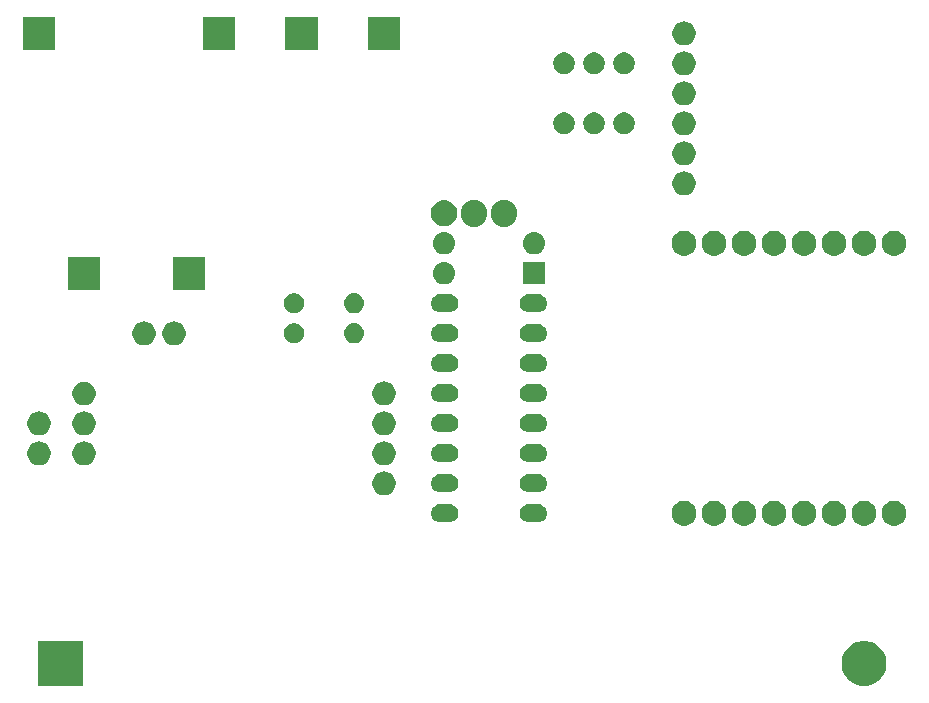
<source format=gbs>
G04 #@! TF.GenerationSoftware,KiCad,Pcbnew,(5.0.2)-1*
G04 #@! TF.CreationDate,2019-04-15T10:47:00+02:00*
G04 #@! TF.ProjectId,irrigation_5Vvalve_4N25_CD74HC4052E_PCB v5.1,69727269-6761-4746-996f-6e5f35567661,rev?*
G04 #@! TF.SameCoordinates,Original*
G04 #@! TF.FileFunction,Soldermask,Bot*
G04 #@! TF.FilePolarity,Negative*
%FSLAX46Y46*%
G04 Gerber Fmt 4.6, Leading zero omitted, Abs format (unit mm)*
G04 Created by KiCad (PCBNEW (5.0.2)-1) date 15-04-2019 10:47:00*
%MOMM*%
%LPD*%
G01*
G04 APERTURE LIST*
%ADD10C,0.100000*%
G04 APERTURE END LIST*
D10*
G36*
X97074209Y-74373016D02*
X97419986Y-74516241D01*
X97731182Y-74724176D01*
X97995824Y-74988818D01*
X98203759Y-75300014D01*
X98346984Y-75645791D01*
X98420000Y-76012865D01*
X98420000Y-76387135D01*
X98346984Y-76754209D01*
X98203759Y-77099986D01*
X97995824Y-77411182D01*
X97731182Y-77675824D01*
X97419986Y-77883759D01*
X97074209Y-78026984D01*
X96707135Y-78100000D01*
X96332865Y-78100000D01*
X95965791Y-78026984D01*
X95620014Y-77883759D01*
X95308818Y-77675824D01*
X95044176Y-77411182D01*
X94836241Y-77099986D01*
X94693016Y-76754209D01*
X94620000Y-76387135D01*
X94620000Y-76012865D01*
X94693016Y-75645791D01*
X94836241Y-75300014D01*
X95044176Y-74988818D01*
X95308818Y-74724176D01*
X95620014Y-74516241D01*
X95965791Y-74373016D01*
X96332865Y-74300000D01*
X96707135Y-74300000D01*
X97074209Y-74373016D01*
X97074209Y-74373016D01*
G37*
G36*
X30400000Y-78100000D02*
X26600000Y-78100000D01*
X26600000Y-74300000D01*
X30400000Y-74300000D01*
X30400000Y-78100000D01*
X30400000Y-78100000D01*
G37*
G36*
X81405888Y-62454470D02*
X81586274Y-62490350D01*
X81777362Y-62569502D01*
X81949336Y-62684411D01*
X82095589Y-62830664D01*
X82210498Y-63002638D01*
X82289650Y-63193726D01*
X82330000Y-63396584D01*
X82330000Y-63603416D01*
X82289650Y-63806274D01*
X82210498Y-63997362D01*
X82095589Y-64169336D01*
X81949336Y-64315589D01*
X81777362Y-64430498D01*
X81586274Y-64509650D01*
X81405888Y-64545530D01*
X81383417Y-64550000D01*
X81176583Y-64550000D01*
X81154112Y-64545530D01*
X80973726Y-64509650D01*
X80782638Y-64430498D01*
X80610664Y-64315589D01*
X80464411Y-64169336D01*
X80349502Y-63997362D01*
X80270350Y-63806274D01*
X80230000Y-63603416D01*
X80230000Y-63396584D01*
X80270350Y-63193726D01*
X80349502Y-63002638D01*
X80464411Y-62830664D01*
X80610664Y-62684411D01*
X80782638Y-62569502D01*
X80973726Y-62490350D01*
X81154112Y-62454470D01*
X81176583Y-62450000D01*
X81383417Y-62450000D01*
X81405888Y-62454470D01*
X81405888Y-62454470D01*
G37*
G36*
X83945888Y-62454470D02*
X84126274Y-62490350D01*
X84317362Y-62569502D01*
X84489336Y-62684411D01*
X84635589Y-62830664D01*
X84750498Y-63002638D01*
X84829650Y-63193726D01*
X84870000Y-63396584D01*
X84870000Y-63603416D01*
X84829650Y-63806274D01*
X84750498Y-63997362D01*
X84635589Y-64169336D01*
X84489336Y-64315589D01*
X84317362Y-64430498D01*
X84126274Y-64509650D01*
X83945888Y-64545530D01*
X83923417Y-64550000D01*
X83716583Y-64550000D01*
X83694112Y-64545530D01*
X83513726Y-64509650D01*
X83322638Y-64430498D01*
X83150664Y-64315589D01*
X83004411Y-64169336D01*
X82889502Y-63997362D01*
X82810350Y-63806274D01*
X82770000Y-63603416D01*
X82770000Y-63396584D01*
X82810350Y-63193726D01*
X82889502Y-63002638D01*
X83004411Y-62830664D01*
X83150664Y-62684411D01*
X83322638Y-62569502D01*
X83513726Y-62490350D01*
X83694112Y-62454470D01*
X83716583Y-62450000D01*
X83923417Y-62450000D01*
X83945888Y-62454470D01*
X83945888Y-62454470D01*
G37*
G36*
X86485888Y-62454470D02*
X86666274Y-62490350D01*
X86857362Y-62569502D01*
X87029336Y-62684411D01*
X87175589Y-62830664D01*
X87290498Y-63002638D01*
X87369650Y-63193726D01*
X87410000Y-63396584D01*
X87410000Y-63603416D01*
X87369650Y-63806274D01*
X87290498Y-63997362D01*
X87175589Y-64169336D01*
X87029336Y-64315589D01*
X86857362Y-64430498D01*
X86666274Y-64509650D01*
X86485888Y-64545530D01*
X86463417Y-64550000D01*
X86256583Y-64550000D01*
X86234112Y-64545530D01*
X86053726Y-64509650D01*
X85862638Y-64430498D01*
X85690664Y-64315589D01*
X85544411Y-64169336D01*
X85429502Y-63997362D01*
X85350350Y-63806274D01*
X85310000Y-63603416D01*
X85310000Y-63396584D01*
X85350350Y-63193726D01*
X85429502Y-63002638D01*
X85544411Y-62830664D01*
X85690664Y-62684411D01*
X85862638Y-62569502D01*
X86053726Y-62490350D01*
X86234112Y-62454470D01*
X86256583Y-62450000D01*
X86463417Y-62450000D01*
X86485888Y-62454470D01*
X86485888Y-62454470D01*
G37*
G36*
X89025888Y-62454470D02*
X89206274Y-62490350D01*
X89397362Y-62569502D01*
X89569336Y-62684411D01*
X89715589Y-62830664D01*
X89830498Y-63002638D01*
X89909650Y-63193726D01*
X89950000Y-63396584D01*
X89950000Y-63603416D01*
X89909650Y-63806274D01*
X89830498Y-63997362D01*
X89715589Y-64169336D01*
X89569336Y-64315589D01*
X89397362Y-64430498D01*
X89206274Y-64509650D01*
X89025888Y-64545530D01*
X89003417Y-64550000D01*
X88796583Y-64550000D01*
X88774112Y-64545530D01*
X88593726Y-64509650D01*
X88402638Y-64430498D01*
X88230664Y-64315589D01*
X88084411Y-64169336D01*
X87969502Y-63997362D01*
X87890350Y-63806274D01*
X87850000Y-63603416D01*
X87850000Y-63396584D01*
X87890350Y-63193726D01*
X87969502Y-63002638D01*
X88084411Y-62830664D01*
X88230664Y-62684411D01*
X88402638Y-62569502D01*
X88593726Y-62490350D01*
X88774112Y-62454470D01*
X88796583Y-62450000D01*
X89003417Y-62450000D01*
X89025888Y-62454470D01*
X89025888Y-62454470D01*
G37*
G36*
X91565888Y-62454470D02*
X91746274Y-62490350D01*
X91937362Y-62569502D01*
X92109336Y-62684411D01*
X92255589Y-62830664D01*
X92370498Y-63002638D01*
X92449650Y-63193726D01*
X92490000Y-63396584D01*
X92490000Y-63603416D01*
X92449650Y-63806274D01*
X92370498Y-63997362D01*
X92255589Y-64169336D01*
X92109336Y-64315589D01*
X91937362Y-64430498D01*
X91746274Y-64509650D01*
X91565888Y-64545530D01*
X91543417Y-64550000D01*
X91336583Y-64550000D01*
X91314112Y-64545530D01*
X91133726Y-64509650D01*
X90942638Y-64430498D01*
X90770664Y-64315589D01*
X90624411Y-64169336D01*
X90509502Y-63997362D01*
X90430350Y-63806274D01*
X90390000Y-63603416D01*
X90390000Y-63396584D01*
X90430350Y-63193726D01*
X90509502Y-63002638D01*
X90624411Y-62830664D01*
X90770664Y-62684411D01*
X90942638Y-62569502D01*
X91133726Y-62490350D01*
X91314112Y-62454470D01*
X91336583Y-62450000D01*
X91543417Y-62450000D01*
X91565888Y-62454470D01*
X91565888Y-62454470D01*
G37*
G36*
X96645888Y-62454470D02*
X96826274Y-62490350D01*
X97017362Y-62569502D01*
X97189336Y-62684411D01*
X97335589Y-62830664D01*
X97450498Y-63002638D01*
X97529650Y-63193726D01*
X97570000Y-63396584D01*
X97570000Y-63603416D01*
X97529650Y-63806274D01*
X97450498Y-63997362D01*
X97335589Y-64169336D01*
X97189336Y-64315589D01*
X97017362Y-64430498D01*
X96826274Y-64509650D01*
X96645888Y-64545530D01*
X96623417Y-64550000D01*
X96416583Y-64550000D01*
X96394112Y-64545530D01*
X96213726Y-64509650D01*
X96022638Y-64430498D01*
X95850664Y-64315589D01*
X95704411Y-64169336D01*
X95589502Y-63997362D01*
X95510350Y-63806274D01*
X95470000Y-63603416D01*
X95470000Y-63396584D01*
X95510350Y-63193726D01*
X95589502Y-63002638D01*
X95704411Y-62830664D01*
X95850664Y-62684411D01*
X96022638Y-62569502D01*
X96213726Y-62490350D01*
X96394112Y-62454470D01*
X96416583Y-62450000D01*
X96623417Y-62450000D01*
X96645888Y-62454470D01*
X96645888Y-62454470D01*
G37*
G36*
X99185888Y-62454470D02*
X99366274Y-62490350D01*
X99557362Y-62569502D01*
X99729336Y-62684411D01*
X99875589Y-62830664D01*
X99990498Y-63002638D01*
X100069650Y-63193726D01*
X100110000Y-63396584D01*
X100110000Y-63603416D01*
X100069650Y-63806274D01*
X99990498Y-63997362D01*
X99875589Y-64169336D01*
X99729336Y-64315589D01*
X99557362Y-64430498D01*
X99366274Y-64509650D01*
X99185888Y-64545530D01*
X99163417Y-64550000D01*
X98956583Y-64550000D01*
X98934112Y-64545530D01*
X98753726Y-64509650D01*
X98562638Y-64430498D01*
X98390664Y-64315589D01*
X98244411Y-64169336D01*
X98129502Y-63997362D01*
X98050350Y-63806274D01*
X98010000Y-63603416D01*
X98010000Y-63396584D01*
X98050350Y-63193726D01*
X98129502Y-63002638D01*
X98244411Y-62830664D01*
X98390664Y-62684411D01*
X98562638Y-62569502D01*
X98753726Y-62490350D01*
X98934112Y-62454470D01*
X98956583Y-62450000D01*
X99163417Y-62450000D01*
X99185888Y-62454470D01*
X99185888Y-62454470D01*
G37*
G36*
X94105888Y-62454470D02*
X94286274Y-62490350D01*
X94477362Y-62569502D01*
X94649336Y-62684411D01*
X94795589Y-62830664D01*
X94910498Y-63002638D01*
X94989650Y-63193726D01*
X95030000Y-63396584D01*
X95030000Y-63603416D01*
X94989650Y-63806274D01*
X94910498Y-63997362D01*
X94795589Y-64169336D01*
X94649336Y-64315589D01*
X94477362Y-64430498D01*
X94286274Y-64509650D01*
X94105888Y-64545530D01*
X94083417Y-64550000D01*
X93876583Y-64550000D01*
X93854112Y-64545530D01*
X93673726Y-64509650D01*
X93482638Y-64430498D01*
X93310664Y-64315589D01*
X93164411Y-64169336D01*
X93049502Y-63997362D01*
X92970350Y-63806274D01*
X92930000Y-63603416D01*
X92930000Y-63396584D01*
X92970350Y-63193726D01*
X93049502Y-63002638D01*
X93164411Y-62830664D01*
X93310664Y-62684411D01*
X93482638Y-62569502D01*
X93673726Y-62490350D01*
X93854112Y-62454470D01*
X93876583Y-62450000D01*
X94083417Y-62450000D01*
X94105888Y-62454470D01*
X94105888Y-62454470D01*
G37*
G36*
X61557027Y-62760852D02*
X61698401Y-62803738D01*
X61828694Y-62873380D01*
X61942896Y-62967104D01*
X62036620Y-63081306D01*
X62106262Y-63211599D01*
X62149148Y-63352973D01*
X62163628Y-63500000D01*
X62149148Y-63647027D01*
X62106262Y-63788401D01*
X62036620Y-63918694D01*
X61942896Y-64032896D01*
X61828694Y-64126620D01*
X61698401Y-64196262D01*
X61557027Y-64239148D01*
X61446839Y-64250000D01*
X60573161Y-64250000D01*
X60462973Y-64239148D01*
X60321599Y-64196262D01*
X60191306Y-64126620D01*
X60077104Y-64032896D01*
X59983380Y-63918694D01*
X59913738Y-63788401D01*
X59870852Y-63647027D01*
X59856372Y-63500000D01*
X59870852Y-63352973D01*
X59913738Y-63211599D01*
X59983380Y-63081306D01*
X60077104Y-62967104D01*
X60191306Y-62873380D01*
X60321599Y-62803738D01*
X60462973Y-62760852D01*
X60573161Y-62750000D01*
X61446839Y-62750000D01*
X61557027Y-62760852D01*
X61557027Y-62760852D01*
G37*
G36*
X69077027Y-62760852D02*
X69218401Y-62803738D01*
X69348694Y-62873380D01*
X69462896Y-62967104D01*
X69556620Y-63081306D01*
X69626262Y-63211599D01*
X69669148Y-63352973D01*
X69683628Y-63500000D01*
X69669148Y-63647027D01*
X69626262Y-63788401D01*
X69556620Y-63918694D01*
X69462896Y-64032896D01*
X69348694Y-64126620D01*
X69218401Y-64196262D01*
X69077027Y-64239148D01*
X68966839Y-64250000D01*
X68093161Y-64250000D01*
X67982973Y-64239148D01*
X67841599Y-64196262D01*
X67711306Y-64126620D01*
X67597104Y-64032896D01*
X67503380Y-63918694D01*
X67433738Y-63788401D01*
X67390852Y-63647027D01*
X67376372Y-63500000D01*
X67390852Y-63352973D01*
X67433738Y-63211599D01*
X67503380Y-63081306D01*
X67597104Y-62967104D01*
X67711306Y-62873380D01*
X67841599Y-62803738D01*
X67982973Y-62760852D01*
X68093161Y-62750000D01*
X68966839Y-62750000D01*
X69077027Y-62760852D01*
X69077027Y-62760852D01*
G37*
G36*
X56055770Y-59975372D02*
X56171689Y-59998429D01*
X56353678Y-60073811D01*
X56517463Y-60183249D01*
X56656751Y-60322537D01*
X56766189Y-60486322D01*
X56841571Y-60668311D01*
X56880000Y-60861509D01*
X56880000Y-61058491D01*
X56841571Y-61251689D01*
X56766189Y-61433678D01*
X56656751Y-61597463D01*
X56517463Y-61736751D01*
X56353678Y-61846189D01*
X56171689Y-61921571D01*
X56055770Y-61944628D01*
X55978493Y-61960000D01*
X55781507Y-61960000D01*
X55704230Y-61944628D01*
X55588311Y-61921571D01*
X55406322Y-61846189D01*
X55242537Y-61736751D01*
X55103249Y-61597463D01*
X54993811Y-61433678D01*
X54918429Y-61251689D01*
X54880000Y-61058491D01*
X54880000Y-60861509D01*
X54918429Y-60668311D01*
X54993811Y-60486322D01*
X55103249Y-60322537D01*
X55242537Y-60183249D01*
X55406322Y-60073811D01*
X55588311Y-59998429D01*
X55704230Y-59975372D01*
X55781507Y-59960000D01*
X55978493Y-59960000D01*
X56055770Y-59975372D01*
X56055770Y-59975372D01*
G37*
G36*
X61557027Y-60220852D02*
X61698401Y-60263738D01*
X61828694Y-60333380D01*
X61942896Y-60427104D01*
X62036620Y-60541306D01*
X62106262Y-60671599D01*
X62149148Y-60812973D01*
X62163628Y-60960000D01*
X62149148Y-61107027D01*
X62106262Y-61248401D01*
X62036620Y-61378694D01*
X61942896Y-61492896D01*
X61828694Y-61586620D01*
X61698401Y-61656262D01*
X61557027Y-61699148D01*
X61446839Y-61710000D01*
X60573161Y-61710000D01*
X60462973Y-61699148D01*
X60321599Y-61656262D01*
X60191306Y-61586620D01*
X60077104Y-61492896D01*
X59983380Y-61378694D01*
X59913738Y-61248401D01*
X59870852Y-61107027D01*
X59856372Y-60960000D01*
X59870852Y-60812973D01*
X59913738Y-60671599D01*
X59983380Y-60541306D01*
X60077104Y-60427104D01*
X60191306Y-60333380D01*
X60321599Y-60263738D01*
X60462973Y-60220852D01*
X60573161Y-60210000D01*
X61446839Y-60210000D01*
X61557027Y-60220852D01*
X61557027Y-60220852D01*
G37*
G36*
X69077027Y-60220852D02*
X69218401Y-60263738D01*
X69348694Y-60333380D01*
X69462896Y-60427104D01*
X69556620Y-60541306D01*
X69626262Y-60671599D01*
X69669148Y-60812973D01*
X69683628Y-60960000D01*
X69669148Y-61107027D01*
X69626262Y-61248401D01*
X69556620Y-61378694D01*
X69462896Y-61492896D01*
X69348694Y-61586620D01*
X69218401Y-61656262D01*
X69077027Y-61699148D01*
X68966839Y-61710000D01*
X68093161Y-61710000D01*
X67982973Y-61699148D01*
X67841599Y-61656262D01*
X67711306Y-61586620D01*
X67597104Y-61492896D01*
X67503380Y-61378694D01*
X67433738Y-61248401D01*
X67390852Y-61107027D01*
X67376372Y-60960000D01*
X67390852Y-60812973D01*
X67433738Y-60671599D01*
X67503380Y-60541306D01*
X67597104Y-60427104D01*
X67711306Y-60333380D01*
X67841599Y-60263738D01*
X67982973Y-60220852D01*
X68093161Y-60210000D01*
X68966839Y-60210000D01*
X69077027Y-60220852D01*
X69077027Y-60220852D01*
G37*
G36*
X56055770Y-57435372D02*
X56171689Y-57458429D01*
X56353678Y-57533811D01*
X56517463Y-57643249D01*
X56656751Y-57782537D01*
X56766189Y-57946322D01*
X56841571Y-58128311D01*
X56880000Y-58321509D01*
X56880000Y-58518491D01*
X56841571Y-58711689D01*
X56766189Y-58893678D01*
X56656751Y-59057463D01*
X56517463Y-59196751D01*
X56353678Y-59306189D01*
X56171689Y-59381571D01*
X56055770Y-59404628D01*
X55978493Y-59420000D01*
X55781507Y-59420000D01*
X55704230Y-59404628D01*
X55588311Y-59381571D01*
X55406322Y-59306189D01*
X55242537Y-59196751D01*
X55103249Y-59057463D01*
X54993811Y-58893678D01*
X54918429Y-58711689D01*
X54880000Y-58518491D01*
X54880000Y-58321509D01*
X54918429Y-58128311D01*
X54993811Y-57946322D01*
X55103249Y-57782537D01*
X55242537Y-57643249D01*
X55406322Y-57533811D01*
X55588311Y-57458429D01*
X55704230Y-57435372D01*
X55781507Y-57420000D01*
X55978493Y-57420000D01*
X56055770Y-57435372D01*
X56055770Y-57435372D01*
G37*
G36*
X26845770Y-57435372D02*
X26961689Y-57458429D01*
X27143678Y-57533811D01*
X27307463Y-57643249D01*
X27446751Y-57782537D01*
X27556189Y-57946322D01*
X27631571Y-58128311D01*
X27670000Y-58321509D01*
X27670000Y-58518491D01*
X27631571Y-58711689D01*
X27556189Y-58893678D01*
X27446751Y-59057463D01*
X27307463Y-59196751D01*
X27143678Y-59306189D01*
X26961689Y-59381571D01*
X26845770Y-59404628D01*
X26768493Y-59420000D01*
X26571507Y-59420000D01*
X26494230Y-59404628D01*
X26378311Y-59381571D01*
X26196322Y-59306189D01*
X26032537Y-59196751D01*
X25893249Y-59057463D01*
X25783811Y-58893678D01*
X25708429Y-58711689D01*
X25670000Y-58518491D01*
X25670000Y-58321509D01*
X25708429Y-58128311D01*
X25783811Y-57946322D01*
X25893249Y-57782537D01*
X26032537Y-57643249D01*
X26196322Y-57533811D01*
X26378311Y-57458429D01*
X26494230Y-57435372D01*
X26571507Y-57420000D01*
X26768493Y-57420000D01*
X26845770Y-57435372D01*
X26845770Y-57435372D01*
G37*
G36*
X30655770Y-57435372D02*
X30771689Y-57458429D01*
X30953678Y-57533811D01*
X31117463Y-57643249D01*
X31256751Y-57782537D01*
X31366189Y-57946322D01*
X31441571Y-58128311D01*
X31480000Y-58321509D01*
X31480000Y-58518491D01*
X31441571Y-58711689D01*
X31366189Y-58893678D01*
X31256751Y-59057463D01*
X31117463Y-59196751D01*
X30953678Y-59306189D01*
X30771689Y-59381571D01*
X30655770Y-59404628D01*
X30578493Y-59420000D01*
X30381507Y-59420000D01*
X30304230Y-59404628D01*
X30188311Y-59381571D01*
X30006322Y-59306189D01*
X29842537Y-59196751D01*
X29703249Y-59057463D01*
X29593811Y-58893678D01*
X29518429Y-58711689D01*
X29480000Y-58518491D01*
X29480000Y-58321509D01*
X29518429Y-58128311D01*
X29593811Y-57946322D01*
X29703249Y-57782537D01*
X29842537Y-57643249D01*
X30006322Y-57533811D01*
X30188311Y-57458429D01*
X30304230Y-57435372D01*
X30381507Y-57420000D01*
X30578493Y-57420000D01*
X30655770Y-57435372D01*
X30655770Y-57435372D01*
G37*
G36*
X69077027Y-57680852D02*
X69218401Y-57723738D01*
X69348694Y-57793380D01*
X69462896Y-57887104D01*
X69556620Y-58001306D01*
X69626262Y-58131599D01*
X69669148Y-58272973D01*
X69683628Y-58420000D01*
X69669148Y-58567027D01*
X69626262Y-58708401D01*
X69556620Y-58838694D01*
X69462896Y-58952896D01*
X69348694Y-59046620D01*
X69218401Y-59116262D01*
X69077027Y-59159148D01*
X68966839Y-59170000D01*
X68093161Y-59170000D01*
X67982973Y-59159148D01*
X67841599Y-59116262D01*
X67711306Y-59046620D01*
X67597104Y-58952896D01*
X67503380Y-58838694D01*
X67433738Y-58708401D01*
X67390852Y-58567027D01*
X67376372Y-58420000D01*
X67390852Y-58272973D01*
X67433738Y-58131599D01*
X67503380Y-58001306D01*
X67597104Y-57887104D01*
X67711306Y-57793380D01*
X67841599Y-57723738D01*
X67982973Y-57680852D01*
X68093161Y-57670000D01*
X68966839Y-57670000D01*
X69077027Y-57680852D01*
X69077027Y-57680852D01*
G37*
G36*
X61557027Y-57680852D02*
X61698401Y-57723738D01*
X61828694Y-57793380D01*
X61942896Y-57887104D01*
X62036620Y-58001306D01*
X62106262Y-58131599D01*
X62149148Y-58272973D01*
X62163628Y-58420000D01*
X62149148Y-58567027D01*
X62106262Y-58708401D01*
X62036620Y-58838694D01*
X61942896Y-58952896D01*
X61828694Y-59046620D01*
X61698401Y-59116262D01*
X61557027Y-59159148D01*
X61446839Y-59170000D01*
X60573161Y-59170000D01*
X60462973Y-59159148D01*
X60321599Y-59116262D01*
X60191306Y-59046620D01*
X60077104Y-58952896D01*
X59983380Y-58838694D01*
X59913738Y-58708401D01*
X59870852Y-58567027D01*
X59856372Y-58420000D01*
X59870852Y-58272973D01*
X59913738Y-58131599D01*
X59983380Y-58001306D01*
X60077104Y-57887104D01*
X60191306Y-57793380D01*
X60321599Y-57723738D01*
X60462973Y-57680852D01*
X60573161Y-57670000D01*
X61446839Y-57670000D01*
X61557027Y-57680852D01*
X61557027Y-57680852D01*
G37*
G36*
X30655770Y-54895372D02*
X30771689Y-54918429D01*
X30953678Y-54993811D01*
X31117463Y-55103249D01*
X31256751Y-55242537D01*
X31366189Y-55406322D01*
X31441571Y-55588311D01*
X31480000Y-55781509D01*
X31480000Y-55978491D01*
X31441571Y-56171689D01*
X31366189Y-56353678D01*
X31256751Y-56517463D01*
X31117463Y-56656751D01*
X30953678Y-56766189D01*
X30771689Y-56841571D01*
X30655770Y-56864628D01*
X30578493Y-56880000D01*
X30381507Y-56880000D01*
X30304230Y-56864628D01*
X30188311Y-56841571D01*
X30006322Y-56766189D01*
X29842537Y-56656751D01*
X29703249Y-56517463D01*
X29593811Y-56353678D01*
X29518429Y-56171689D01*
X29480000Y-55978491D01*
X29480000Y-55781509D01*
X29518429Y-55588311D01*
X29593811Y-55406322D01*
X29703249Y-55242537D01*
X29842537Y-55103249D01*
X30006322Y-54993811D01*
X30188311Y-54918429D01*
X30304230Y-54895372D01*
X30381507Y-54880000D01*
X30578493Y-54880000D01*
X30655770Y-54895372D01*
X30655770Y-54895372D01*
G37*
G36*
X26845770Y-54895372D02*
X26961689Y-54918429D01*
X27143678Y-54993811D01*
X27307463Y-55103249D01*
X27446751Y-55242537D01*
X27556189Y-55406322D01*
X27631571Y-55588311D01*
X27670000Y-55781509D01*
X27670000Y-55978491D01*
X27631571Y-56171689D01*
X27556189Y-56353678D01*
X27446751Y-56517463D01*
X27307463Y-56656751D01*
X27143678Y-56766189D01*
X26961689Y-56841571D01*
X26845770Y-56864628D01*
X26768493Y-56880000D01*
X26571507Y-56880000D01*
X26494230Y-56864628D01*
X26378311Y-56841571D01*
X26196322Y-56766189D01*
X26032537Y-56656751D01*
X25893249Y-56517463D01*
X25783811Y-56353678D01*
X25708429Y-56171689D01*
X25670000Y-55978491D01*
X25670000Y-55781509D01*
X25708429Y-55588311D01*
X25783811Y-55406322D01*
X25893249Y-55242537D01*
X26032537Y-55103249D01*
X26196322Y-54993811D01*
X26378311Y-54918429D01*
X26494230Y-54895372D01*
X26571507Y-54880000D01*
X26768493Y-54880000D01*
X26845770Y-54895372D01*
X26845770Y-54895372D01*
G37*
G36*
X56055770Y-54895372D02*
X56171689Y-54918429D01*
X56353678Y-54993811D01*
X56517463Y-55103249D01*
X56656751Y-55242537D01*
X56766189Y-55406322D01*
X56841571Y-55588311D01*
X56880000Y-55781509D01*
X56880000Y-55978491D01*
X56841571Y-56171689D01*
X56766189Y-56353678D01*
X56656751Y-56517463D01*
X56517463Y-56656751D01*
X56353678Y-56766189D01*
X56171689Y-56841571D01*
X56055770Y-56864628D01*
X55978493Y-56880000D01*
X55781507Y-56880000D01*
X55704230Y-56864628D01*
X55588311Y-56841571D01*
X55406322Y-56766189D01*
X55242537Y-56656751D01*
X55103249Y-56517463D01*
X54993811Y-56353678D01*
X54918429Y-56171689D01*
X54880000Y-55978491D01*
X54880000Y-55781509D01*
X54918429Y-55588311D01*
X54993811Y-55406322D01*
X55103249Y-55242537D01*
X55242537Y-55103249D01*
X55406322Y-54993811D01*
X55588311Y-54918429D01*
X55704230Y-54895372D01*
X55781507Y-54880000D01*
X55978493Y-54880000D01*
X56055770Y-54895372D01*
X56055770Y-54895372D01*
G37*
G36*
X69077027Y-55140852D02*
X69218401Y-55183738D01*
X69348694Y-55253380D01*
X69462896Y-55347104D01*
X69556620Y-55461306D01*
X69626262Y-55591599D01*
X69669148Y-55732973D01*
X69683628Y-55880000D01*
X69669148Y-56027027D01*
X69626262Y-56168401D01*
X69556620Y-56298694D01*
X69462896Y-56412896D01*
X69348694Y-56506620D01*
X69218401Y-56576262D01*
X69077027Y-56619148D01*
X68966839Y-56630000D01*
X68093161Y-56630000D01*
X67982973Y-56619148D01*
X67841599Y-56576262D01*
X67711306Y-56506620D01*
X67597104Y-56412896D01*
X67503380Y-56298694D01*
X67433738Y-56168401D01*
X67390852Y-56027027D01*
X67376372Y-55880000D01*
X67390852Y-55732973D01*
X67433738Y-55591599D01*
X67503380Y-55461306D01*
X67597104Y-55347104D01*
X67711306Y-55253380D01*
X67841599Y-55183738D01*
X67982973Y-55140852D01*
X68093161Y-55130000D01*
X68966839Y-55130000D01*
X69077027Y-55140852D01*
X69077027Y-55140852D01*
G37*
G36*
X61557027Y-55140852D02*
X61698401Y-55183738D01*
X61828694Y-55253380D01*
X61942896Y-55347104D01*
X62036620Y-55461306D01*
X62106262Y-55591599D01*
X62149148Y-55732973D01*
X62163628Y-55880000D01*
X62149148Y-56027027D01*
X62106262Y-56168401D01*
X62036620Y-56298694D01*
X61942896Y-56412896D01*
X61828694Y-56506620D01*
X61698401Y-56576262D01*
X61557027Y-56619148D01*
X61446839Y-56630000D01*
X60573161Y-56630000D01*
X60462973Y-56619148D01*
X60321599Y-56576262D01*
X60191306Y-56506620D01*
X60077104Y-56412896D01*
X59983380Y-56298694D01*
X59913738Y-56168401D01*
X59870852Y-56027027D01*
X59856372Y-55880000D01*
X59870852Y-55732973D01*
X59913738Y-55591599D01*
X59983380Y-55461306D01*
X60077104Y-55347104D01*
X60191306Y-55253380D01*
X60321599Y-55183738D01*
X60462973Y-55140852D01*
X60573161Y-55130000D01*
X61446839Y-55130000D01*
X61557027Y-55140852D01*
X61557027Y-55140852D01*
G37*
G36*
X30655770Y-52395372D02*
X30771689Y-52418429D01*
X30953678Y-52493811D01*
X31117463Y-52603249D01*
X31256751Y-52742537D01*
X31366189Y-52906322D01*
X31441571Y-53088311D01*
X31464628Y-53204230D01*
X31480000Y-53281507D01*
X31480000Y-53478493D01*
X31478302Y-53487027D01*
X31441571Y-53671689D01*
X31366189Y-53853678D01*
X31256751Y-54017463D01*
X31117463Y-54156751D01*
X30953678Y-54266189D01*
X30771689Y-54341571D01*
X30655770Y-54364628D01*
X30578493Y-54380000D01*
X30381507Y-54380000D01*
X30304230Y-54364628D01*
X30188311Y-54341571D01*
X30006322Y-54266189D01*
X29842537Y-54156751D01*
X29703249Y-54017463D01*
X29593811Y-53853678D01*
X29518429Y-53671689D01*
X29481698Y-53487027D01*
X29480000Y-53478493D01*
X29480000Y-53281507D01*
X29495372Y-53204230D01*
X29518429Y-53088311D01*
X29593811Y-52906322D01*
X29703249Y-52742537D01*
X29842537Y-52603249D01*
X30006322Y-52493811D01*
X30188311Y-52418429D01*
X30304230Y-52395372D01*
X30381507Y-52380000D01*
X30578493Y-52380000D01*
X30655770Y-52395372D01*
X30655770Y-52395372D01*
G37*
G36*
X56055770Y-52355372D02*
X56171689Y-52378429D01*
X56353678Y-52453811D01*
X56517463Y-52563249D01*
X56656751Y-52702537D01*
X56766189Y-52866322D01*
X56841571Y-53048311D01*
X56880000Y-53241509D01*
X56880000Y-53438491D01*
X56841571Y-53631689D01*
X56766189Y-53813678D01*
X56656751Y-53977463D01*
X56517463Y-54116751D01*
X56353678Y-54226189D01*
X56171689Y-54301571D01*
X56055770Y-54324628D01*
X55978493Y-54340000D01*
X55781507Y-54340000D01*
X55704230Y-54324628D01*
X55588311Y-54301571D01*
X55406322Y-54226189D01*
X55242537Y-54116751D01*
X55103249Y-53977463D01*
X54993811Y-53813678D01*
X54918429Y-53631689D01*
X54880000Y-53438491D01*
X54880000Y-53241509D01*
X54918429Y-53048311D01*
X54993811Y-52866322D01*
X55103249Y-52702537D01*
X55242537Y-52563249D01*
X55406322Y-52453811D01*
X55588311Y-52378429D01*
X55704230Y-52355372D01*
X55781507Y-52340000D01*
X55978493Y-52340000D01*
X56055770Y-52355372D01*
X56055770Y-52355372D01*
G37*
G36*
X61557027Y-52600852D02*
X61698401Y-52643738D01*
X61828694Y-52713380D01*
X61942896Y-52807104D01*
X62036620Y-52921306D01*
X62106262Y-53051599D01*
X62149148Y-53192973D01*
X62163628Y-53340000D01*
X62149148Y-53487027D01*
X62106262Y-53628401D01*
X62036620Y-53758694D01*
X61942896Y-53872896D01*
X61828694Y-53966620D01*
X61698401Y-54036262D01*
X61557027Y-54079148D01*
X61446839Y-54090000D01*
X60573161Y-54090000D01*
X60462973Y-54079148D01*
X60321599Y-54036262D01*
X60191306Y-53966620D01*
X60077104Y-53872896D01*
X59983380Y-53758694D01*
X59913738Y-53628401D01*
X59870852Y-53487027D01*
X59856372Y-53340000D01*
X59870852Y-53192973D01*
X59913738Y-53051599D01*
X59983380Y-52921306D01*
X60077104Y-52807104D01*
X60191306Y-52713380D01*
X60321599Y-52643738D01*
X60462973Y-52600852D01*
X60573161Y-52590000D01*
X61446839Y-52590000D01*
X61557027Y-52600852D01*
X61557027Y-52600852D01*
G37*
G36*
X69077027Y-52600852D02*
X69218401Y-52643738D01*
X69348694Y-52713380D01*
X69462896Y-52807104D01*
X69556620Y-52921306D01*
X69626262Y-53051599D01*
X69669148Y-53192973D01*
X69683628Y-53340000D01*
X69669148Y-53487027D01*
X69626262Y-53628401D01*
X69556620Y-53758694D01*
X69462896Y-53872896D01*
X69348694Y-53966620D01*
X69218401Y-54036262D01*
X69077027Y-54079148D01*
X68966839Y-54090000D01*
X68093161Y-54090000D01*
X67982973Y-54079148D01*
X67841599Y-54036262D01*
X67711306Y-53966620D01*
X67597104Y-53872896D01*
X67503380Y-53758694D01*
X67433738Y-53628401D01*
X67390852Y-53487027D01*
X67376372Y-53340000D01*
X67390852Y-53192973D01*
X67433738Y-53051599D01*
X67503380Y-52921306D01*
X67597104Y-52807104D01*
X67711306Y-52713380D01*
X67841599Y-52643738D01*
X67982973Y-52600852D01*
X68093161Y-52590000D01*
X68966839Y-52590000D01*
X69077027Y-52600852D01*
X69077027Y-52600852D01*
G37*
G36*
X61557027Y-50060852D02*
X61698401Y-50103738D01*
X61828694Y-50173380D01*
X61942896Y-50267104D01*
X62036620Y-50381306D01*
X62106262Y-50511599D01*
X62149148Y-50652973D01*
X62163628Y-50800000D01*
X62149148Y-50947027D01*
X62106262Y-51088401D01*
X62036620Y-51218694D01*
X61942896Y-51332896D01*
X61828694Y-51426620D01*
X61698401Y-51496262D01*
X61557027Y-51539148D01*
X61446839Y-51550000D01*
X60573161Y-51550000D01*
X60462973Y-51539148D01*
X60321599Y-51496262D01*
X60191306Y-51426620D01*
X60077104Y-51332896D01*
X59983380Y-51218694D01*
X59913738Y-51088401D01*
X59870852Y-50947027D01*
X59856372Y-50800000D01*
X59870852Y-50652973D01*
X59913738Y-50511599D01*
X59983380Y-50381306D01*
X60077104Y-50267104D01*
X60191306Y-50173380D01*
X60321599Y-50103738D01*
X60462973Y-50060852D01*
X60573161Y-50050000D01*
X61446839Y-50050000D01*
X61557027Y-50060852D01*
X61557027Y-50060852D01*
G37*
G36*
X69077027Y-50060852D02*
X69218401Y-50103738D01*
X69348694Y-50173380D01*
X69462896Y-50267104D01*
X69556620Y-50381306D01*
X69626262Y-50511599D01*
X69669148Y-50652973D01*
X69683628Y-50800000D01*
X69669148Y-50947027D01*
X69626262Y-51088401D01*
X69556620Y-51218694D01*
X69462896Y-51332896D01*
X69348694Y-51426620D01*
X69218401Y-51496262D01*
X69077027Y-51539148D01*
X68966839Y-51550000D01*
X68093161Y-51550000D01*
X67982973Y-51539148D01*
X67841599Y-51496262D01*
X67711306Y-51426620D01*
X67597104Y-51332896D01*
X67503380Y-51218694D01*
X67433738Y-51088401D01*
X67390852Y-50947027D01*
X67376372Y-50800000D01*
X67390852Y-50652973D01*
X67433738Y-50511599D01*
X67503380Y-50381306D01*
X67597104Y-50267104D01*
X67711306Y-50173380D01*
X67841599Y-50103738D01*
X67982973Y-50060852D01*
X68093161Y-50050000D01*
X68966839Y-50050000D01*
X69077027Y-50060852D01*
X69077027Y-50060852D01*
G37*
G36*
X35735770Y-47275372D02*
X35851689Y-47298429D01*
X36033678Y-47373811D01*
X36197463Y-47483249D01*
X36336751Y-47622537D01*
X36446189Y-47786322D01*
X36521571Y-47968311D01*
X36530274Y-48012064D01*
X36560000Y-48161507D01*
X36560000Y-48358493D01*
X36544628Y-48435770D01*
X36521571Y-48551689D01*
X36446189Y-48733678D01*
X36336751Y-48897463D01*
X36197463Y-49036751D01*
X36033678Y-49146189D01*
X35851689Y-49221571D01*
X35735770Y-49244628D01*
X35658493Y-49260000D01*
X35461507Y-49260000D01*
X35384230Y-49244628D01*
X35268311Y-49221571D01*
X35086322Y-49146189D01*
X34922537Y-49036751D01*
X34783249Y-48897463D01*
X34673811Y-48733678D01*
X34598429Y-48551689D01*
X34575372Y-48435770D01*
X34560000Y-48358493D01*
X34560000Y-48161507D01*
X34589726Y-48012064D01*
X34598429Y-47968311D01*
X34673811Y-47786322D01*
X34783249Y-47622537D01*
X34922537Y-47483249D01*
X35086322Y-47373811D01*
X35268311Y-47298429D01*
X35384230Y-47275372D01*
X35461507Y-47260000D01*
X35658493Y-47260000D01*
X35735770Y-47275372D01*
X35735770Y-47275372D01*
G37*
G36*
X38275770Y-47275372D02*
X38391689Y-47298429D01*
X38573678Y-47373811D01*
X38737463Y-47483249D01*
X38876751Y-47622537D01*
X38986189Y-47786322D01*
X39061571Y-47968311D01*
X39070274Y-48012064D01*
X39100000Y-48161507D01*
X39100000Y-48358493D01*
X39084628Y-48435770D01*
X39061571Y-48551689D01*
X38986189Y-48733678D01*
X38876751Y-48897463D01*
X38737463Y-49036751D01*
X38573678Y-49146189D01*
X38391689Y-49221571D01*
X38275770Y-49244628D01*
X38198493Y-49260000D01*
X38001507Y-49260000D01*
X37924230Y-49244628D01*
X37808311Y-49221571D01*
X37626322Y-49146189D01*
X37462537Y-49036751D01*
X37323249Y-48897463D01*
X37213811Y-48733678D01*
X37138429Y-48551689D01*
X37115372Y-48435770D01*
X37100000Y-48358493D01*
X37100000Y-48161507D01*
X37129726Y-48012064D01*
X37138429Y-47968311D01*
X37213811Y-47786322D01*
X37323249Y-47622537D01*
X37462537Y-47483249D01*
X37626322Y-47373811D01*
X37808311Y-47298429D01*
X37924230Y-47275372D01*
X38001507Y-47260000D01*
X38198493Y-47260000D01*
X38275770Y-47275372D01*
X38275770Y-47275372D01*
G37*
G36*
X48507934Y-47442664D02*
X48662627Y-47506740D01*
X48801847Y-47599764D01*
X48920236Y-47718153D01*
X49013260Y-47857373D01*
X49077336Y-48012066D01*
X49110000Y-48176281D01*
X49110000Y-48343719D01*
X49077336Y-48507934D01*
X49013260Y-48662627D01*
X48920236Y-48801847D01*
X48801847Y-48920236D01*
X48662627Y-49013260D01*
X48507934Y-49077336D01*
X48343719Y-49110000D01*
X48176281Y-49110000D01*
X48012066Y-49077336D01*
X47857373Y-49013260D01*
X47718153Y-48920236D01*
X47599764Y-48801847D01*
X47506740Y-48662627D01*
X47442664Y-48507934D01*
X47410000Y-48343719D01*
X47410000Y-48176281D01*
X47442664Y-48012066D01*
X47506740Y-47857373D01*
X47599764Y-47718153D01*
X47718153Y-47599764D01*
X47857373Y-47506740D01*
X48012066Y-47442664D01*
X48176281Y-47410000D01*
X48343719Y-47410000D01*
X48507934Y-47442664D01*
X48507934Y-47442664D01*
G37*
G36*
X53506630Y-47422299D02*
X53666855Y-47470903D01*
X53814520Y-47549831D01*
X53943949Y-47656051D01*
X54050169Y-47785480D01*
X54129097Y-47933145D01*
X54177701Y-48093370D01*
X54194112Y-48260000D01*
X54177701Y-48426630D01*
X54129097Y-48586855D01*
X54050169Y-48734520D01*
X53943949Y-48863949D01*
X53814520Y-48970169D01*
X53666855Y-49049097D01*
X53506630Y-49097701D01*
X53381752Y-49110000D01*
X53298248Y-49110000D01*
X53173370Y-49097701D01*
X53013145Y-49049097D01*
X52865480Y-48970169D01*
X52736051Y-48863949D01*
X52629831Y-48734520D01*
X52550903Y-48586855D01*
X52502299Y-48426630D01*
X52485888Y-48260000D01*
X52502299Y-48093370D01*
X52550903Y-47933145D01*
X52629831Y-47785480D01*
X52736051Y-47656051D01*
X52865480Y-47549831D01*
X53013145Y-47470903D01*
X53173370Y-47422299D01*
X53298248Y-47410000D01*
X53381752Y-47410000D01*
X53506630Y-47422299D01*
X53506630Y-47422299D01*
G37*
G36*
X61557027Y-47520852D02*
X61698401Y-47563738D01*
X61828694Y-47633380D01*
X61942896Y-47727104D01*
X62036620Y-47841306D01*
X62106262Y-47971599D01*
X62149148Y-48112973D01*
X62163628Y-48260000D01*
X62149148Y-48407027D01*
X62106262Y-48548401D01*
X62036620Y-48678694D01*
X61942896Y-48792896D01*
X61828694Y-48886620D01*
X61698401Y-48956262D01*
X61557027Y-48999148D01*
X61446839Y-49010000D01*
X60573161Y-49010000D01*
X60462973Y-48999148D01*
X60321599Y-48956262D01*
X60191306Y-48886620D01*
X60077104Y-48792896D01*
X59983380Y-48678694D01*
X59913738Y-48548401D01*
X59870852Y-48407027D01*
X59856372Y-48260000D01*
X59870852Y-48112973D01*
X59913738Y-47971599D01*
X59983380Y-47841306D01*
X60077104Y-47727104D01*
X60191306Y-47633380D01*
X60321599Y-47563738D01*
X60462973Y-47520852D01*
X60573161Y-47510000D01*
X61446839Y-47510000D01*
X61557027Y-47520852D01*
X61557027Y-47520852D01*
G37*
G36*
X69077027Y-47520852D02*
X69218401Y-47563738D01*
X69348694Y-47633380D01*
X69462896Y-47727104D01*
X69556620Y-47841306D01*
X69626262Y-47971599D01*
X69669148Y-48112973D01*
X69683628Y-48260000D01*
X69669148Y-48407027D01*
X69626262Y-48548401D01*
X69556620Y-48678694D01*
X69462896Y-48792896D01*
X69348694Y-48886620D01*
X69218401Y-48956262D01*
X69077027Y-48999148D01*
X68966839Y-49010000D01*
X68093161Y-49010000D01*
X67982973Y-48999148D01*
X67841599Y-48956262D01*
X67711306Y-48886620D01*
X67597104Y-48792896D01*
X67503380Y-48678694D01*
X67433738Y-48548401D01*
X67390852Y-48407027D01*
X67376372Y-48260000D01*
X67390852Y-48112973D01*
X67433738Y-47971599D01*
X67503380Y-47841306D01*
X67597104Y-47727104D01*
X67711306Y-47633380D01*
X67841599Y-47563738D01*
X67982973Y-47520852D01*
X68093161Y-47510000D01*
X68966839Y-47510000D01*
X69077027Y-47520852D01*
X69077027Y-47520852D01*
G37*
G36*
X53506630Y-44882299D02*
X53666855Y-44930903D01*
X53814520Y-45009831D01*
X53943949Y-45116051D01*
X54050169Y-45245480D01*
X54129097Y-45393145D01*
X54177701Y-45553370D01*
X54194112Y-45720000D01*
X54177701Y-45886630D01*
X54129097Y-46046855D01*
X54050169Y-46194520D01*
X53943949Y-46323949D01*
X53814520Y-46430169D01*
X53666855Y-46509097D01*
X53506630Y-46557701D01*
X53381752Y-46570000D01*
X53298248Y-46570000D01*
X53173370Y-46557701D01*
X53013145Y-46509097D01*
X52865480Y-46430169D01*
X52736051Y-46323949D01*
X52629831Y-46194520D01*
X52550903Y-46046855D01*
X52502299Y-45886630D01*
X52485888Y-45720000D01*
X52502299Y-45553370D01*
X52550903Y-45393145D01*
X52629831Y-45245480D01*
X52736051Y-45116051D01*
X52865480Y-45009831D01*
X53013145Y-44930903D01*
X53173370Y-44882299D01*
X53298248Y-44870000D01*
X53381752Y-44870000D01*
X53506630Y-44882299D01*
X53506630Y-44882299D01*
G37*
G36*
X48507934Y-44902664D02*
X48662627Y-44966740D01*
X48801847Y-45059764D01*
X48920236Y-45178153D01*
X49013260Y-45317373D01*
X49077336Y-45472066D01*
X49110000Y-45636281D01*
X49110000Y-45803719D01*
X49077336Y-45967934D01*
X49013260Y-46122627D01*
X48920236Y-46261847D01*
X48801847Y-46380236D01*
X48662627Y-46473260D01*
X48507934Y-46537336D01*
X48343719Y-46570000D01*
X48176281Y-46570000D01*
X48012066Y-46537336D01*
X47857373Y-46473260D01*
X47718153Y-46380236D01*
X47599764Y-46261847D01*
X47506740Y-46122627D01*
X47442664Y-45967934D01*
X47410000Y-45803719D01*
X47410000Y-45636281D01*
X47442664Y-45472066D01*
X47506740Y-45317373D01*
X47599764Y-45178153D01*
X47718153Y-45059764D01*
X47857373Y-44966740D01*
X48012066Y-44902664D01*
X48176281Y-44870000D01*
X48343719Y-44870000D01*
X48507934Y-44902664D01*
X48507934Y-44902664D01*
G37*
G36*
X69077027Y-44980852D02*
X69218401Y-45023738D01*
X69348694Y-45093380D01*
X69462896Y-45187104D01*
X69556620Y-45301306D01*
X69626262Y-45431599D01*
X69669148Y-45572973D01*
X69683628Y-45720000D01*
X69669148Y-45867027D01*
X69626262Y-46008401D01*
X69556620Y-46138694D01*
X69462896Y-46252896D01*
X69348694Y-46346620D01*
X69218401Y-46416262D01*
X69077027Y-46459148D01*
X68966839Y-46470000D01*
X68093161Y-46470000D01*
X67982973Y-46459148D01*
X67841599Y-46416262D01*
X67711306Y-46346620D01*
X67597104Y-46252896D01*
X67503380Y-46138694D01*
X67433738Y-46008401D01*
X67390852Y-45867027D01*
X67376372Y-45720000D01*
X67390852Y-45572973D01*
X67433738Y-45431599D01*
X67503380Y-45301306D01*
X67597104Y-45187104D01*
X67711306Y-45093380D01*
X67841599Y-45023738D01*
X67982973Y-44980852D01*
X68093161Y-44970000D01*
X68966839Y-44970000D01*
X69077027Y-44980852D01*
X69077027Y-44980852D01*
G37*
G36*
X61557027Y-44980852D02*
X61698401Y-45023738D01*
X61828694Y-45093380D01*
X61942896Y-45187104D01*
X62036620Y-45301306D01*
X62106262Y-45431599D01*
X62149148Y-45572973D01*
X62163628Y-45720000D01*
X62149148Y-45867027D01*
X62106262Y-46008401D01*
X62036620Y-46138694D01*
X61942896Y-46252896D01*
X61828694Y-46346620D01*
X61698401Y-46416262D01*
X61557027Y-46459148D01*
X61446839Y-46470000D01*
X60573161Y-46470000D01*
X60462973Y-46459148D01*
X60321599Y-46416262D01*
X60191306Y-46346620D01*
X60077104Y-46252896D01*
X59983380Y-46138694D01*
X59913738Y-46008401D01*
X59870852Y-45867027D01*
X59856372Y-45720000D01*
X59870852Y-45572973D01*
X59913738Y-45431599D01*
X59983380Y-45301306D01*
X60077104Y-45187104D01*
X60191306Y-45093380D01*
X60321599Y-45023738D01*
X60462973Y-44980852D01*
X60573161Y-44970000D01*
X61446839Y-44970000D01*
X61557027Y-44980852D01*
X61557027Y-44980852D01*
G37*
G36*
X40750000Y-44560000D02*
X37990000Y-44560000D01*
X37990000Y-41800000D01*
X40750000Y-41800000D01*
X40750000Y-44560000D01*
X40750000Y-44560000D01*
G37*
G36*
X31860000Y-44560000D02*
X29100000Y-44560000D01*
X29100000Y-41800000D01*
X31860000Y-41800000D01*
X31860000Y-44560000D01*
X31860000Y-44560000D01*
G37*
G36*
X61146232Y-42243746D02*
X61235770Y-42270907D01*
X61325309Y-42298068D01*
X61490347Y-42386283D01*
X61635001Y-42504999D01*
X61753717Y-42649653D01*
X61841932Y-42814691D01*
X61896254Y-42993769D01*
X61914596Y-43180000D01*
X61896254Y-43366231D01*
X61841932Y-43545309D01*
X61753717Y-43710347D01*
X61635001Y-43855001D01*
X61490347Y-43973717D01*
X61325309Y-44061932D01*
X61235770Y-44089093D01*
X61146232Y-44116254D01*
X61076448Y-44123127D01*
X61006666Y-44130000D01*
X60913334Y-44130000D01*
X60843552Y-44123127D01*
X60773768Y-44116254D01*
X60684230Y-44089093D01*
X60594691Y-44061932D01*
X60429653Y-43973717D01*
X60284999Y-43855001D01*
X60166283Y-43710347D01*
X60078068Y-43545309D01*
X60023746Y-43366231D01*
X60005404Y-43180000D01*
X60023746Y-42993769D01*
X60078068Y-42814691D01*
X60166283Y-42649653D01*
X60284999Y-42504999D01*
X60429653Y-42386283D01*
X60594691Y-42298068D01*
X60684230Y-42270907D01*
X60773768Y-42243746D01*
X60913334Y-42230000D01*
X61006666Y-42230000D01*
X61146232Y-42243746D01*
X61146232Y-42243746D01*
G37*
G36*
X69530000Y-44130000D02*
X67630000Y-44130000D01*
X67630000Y-42230000D01*
X69530000Y-42230000D01*
X69530000Y-44130000D01*
X69530000Y-44130000D01*
G37*
G36*
X94105888Y-39594470D02*
X94286274Y-39630350D01*
X94477362Y-39709502D01*
X94649336Y-39824411D01*
X94795589Y-39970664D01*
X94910498Y-40142638D01*
X94989650Y-40333726D01*
X95030000Y-40536584D01*
X95030000Y-40743416D01*
X94989650Y-40946274D01*
X94910498Y-41137362D01*
X94795589Y-41309336D01*
X94649336Y-41455589D01*
X94477362Y-41570498D01*
X94286274Y-41649650D01*
X94105888Y-41685530D01*
X94083417Y-41690000D01*
X93876583Y-41690000D01*
X93854112Y-41685530D01*
X93673726Y-41649650D01*
X93482638Y-41570498D01*
X93310664Y-41455589D01*
X93164411Y-41309336D01*
X93049502Y-41137362D01*
X92970350Y-40946274D01*
X92930000Y-40743416D01*
X92930000Y-40536584D01*
X92970350Y-40333726D01*
X93049502Y-40142638D01*
X93164411Y-39970664D01*
X93310664Y-39824411D01*
X93482638Y-39709502D01*
X93673726Y-39630350D01*
X93854112Y-39594470D01*
X93876583Y-39590000D01*
X94083417Y-39590000D01*
X94105888Y-39594470D01*
X94105888Y-39594470D01*
G37*
G36*
X99185888Y-39594470D02*
X99366274Y-39630350D01*
X99557362Y-39709502D01*
X99729336Y-39824411D01*
X99875589Y-39970664D01*
X99990498Y-40142638D01*
X100069650Y-40333726D01*
X100110000Y-40536584D01*
X100110000Y-40743416D01*
X100069650Y-40946274D01*
X99990498Y-41137362D01*
X99875589Y-41309336D01*
X99729336Y-41455589D01*
X99557362Y-41570498D01*
X99366274Y-41649650D01*
X99185888Y-41685530D01*
X99163417Y-41690000D01*
X98956583Y-41690000D01*
X98934112Y-41685530D01*
X98753726Y-41649650D01*
X98562638Y-41570498D01*
X98390664Y-41455589D01*
X98244411Y-41309336D01*
X98129502Y-41137362D01*
X98050350Y-40946274D01*
X98010000Y-40743416D01*
X98010000Y-40536584D01*
X98050350Y-40333726D01*
X98129502Y-40142638D01*
X98244411Y-39970664D01*
X98390664Y-39824411D01*
X98562638Y-39709502D01*
X98753726Y-39630350D01*
X98934112Y-39594470D01*
X98956583Y-39590000D01*
X99163417Y-39590000D01*
X99185888Y-39594470D01*
X99185888Y-39594470D01*
G37*
G36*
X96645888Y-39594470D02*
X96826274Y-39630350D01*
X97017362Y-39709502D01*
X97189336Y-39824411D01*
X97335589Y-39970664D01*
X97450498Y-40142638D01*
X97529650Y-40333726D01*
X97570000Y-40536584D01*
X97570000Y-40743416D01*
X97529650Y-40946274D01*
X97450498Y-41137362D01*
X97335589Y-41309336D01*
X97189336Y-41455589D01*
X97017362Y-41570498D01*
X96826274Y-41649650D01*
X96645888Y-41685530D01*
X96623417Y-41690000D01*
X96416583Y-41690000D01*
X96394112Y-41685530D01*
X96213726Y-41649650D01*
X96022638Y-41570498D01*
X95850664Y-41455589D01*
X95704411Y-41309336D01*
X95589502Y-41137362D01*
X95510350Y-40946274D01*
X95470000Y-40743416D01*
X95470000Y-40536584D01*
X95510350Y-40333726D01*
X95589502Y-40142638D01*
X95704411Y-39970664D01*
X95850664Y-39824411D01*
X96022638Y-39709502D01*
X96213726Y-39630350D01*
X96394112Y-39594470D01*
X96416583Y-39590000D01*
X96623417Y-39590000D01*
X96645888Y-39594470D01*
X96645888Y-39594470D01*
G37*
G36*
X91565888Y-39594470D02*
X91746274Y-39630350D01*
X91937362Y-39709502D01*
X92109336Y-39824411D01*
X92255589Y-39970664D01*
X92370498Y-40142638D01*
X92449650Y-40333726D01*
X92490000Y-40536584D01*
X92490000Y-40743416D01*
X92449650Y-40946274D01*
X92370498Y-41137362D01*
X92255589Y-41309336D01*
X92109336Y-41455589D01*
X91937362Y-41570498D01*
X91746274Y-41649650D01*
X91565888Y-41685530D01*
X91543417Y-41690000D01*
X91336583Y-41690000D01*
X91314112Y-41685530D01*
X91133726Y-41649650D01*
X90942638Y-41570498D01*
X90770664Y-41455589D01*
X90624411Y-41309336D01*
X90509502Y-41137362D01*
X90430350Y-40946274D01*
X90390000Y-40743416D01*
X90390000Y-40536584D01*
X90430350Y-40333726D01*
X90509502Y-40142638D01*
X90624411Y-39970664D01*
X90770664Y-39824411D01*
X90942638Y-39709502D01*
X91133726Y-39630350D01*
X91314112Y-39594470D01*
X91336583Y-39590000D01*
X91543417Y-39590000D01*
X91565888Y-39594470D01*
X91565888Y-39594470D01*
G37*
G36*
X89025888Y-39594470D02*
X89206274Y-39630350D01*
X89397362Y-39709502D01*
X89569336Y-39824411D01*
X89715589Y-39970664D01*
X89830498Y-40142638D01*
X89909650Y-40333726D01*
X89950000Y-40536584D01*
X89950000Y-40743416D01*
X89909650Y-40946274D01*
X89830498Y-41137362D01*
X89715589Y-41309336D01*
X89569336Y-41455589D01*
X89397362Y-41570498D01*
X89206274Y-41649650D01*
X89025888Y-41685530D01*
X89003417Y-41690000D01*
X88796583Y-41690000D01*
X88774112Y-41685530D01*
X88593726Y-41649650D01*
X88402638Y-41570498D01*
X88230664Y-41455589D01*
X88084411Y-41309336D01*
X87969502Y-41137362D01*
X87890350Y-40946274D01*
X87850000Y-40743416D01*
X87850000Y-40536584D01*
X87890350Y-40333726D01*
X87969502Y-40142638D01*
X88084411Y-39970664D01*
X88230664Y-39824411D01*
X88402638Y-39709502D01*
X88593726Y-39630350D01*
X88774112Y-39594470D01*
X88796583Y-39590000D01*
X89003417Y-39590000D01*
X89025888Y-39594470D01*
X89025888Y-39594470D01*
G37*
G36*
X86485888Y-39594470D02*
X86666274Y-39630350D01*
X86857362Y-39709502D01*
X87029336Y-39824411D01*
X87175589Y-39970664D01*
X87290498Y-40142638D01*
X87369650Y-40333726D01*
X87410000Y-40536584D01*
X87410000Y-40743416D01*
X87369650Y-40946274D01*
X87290498Y-41137362D01*
X87175589Y-41309336D01*
X87029336Y-41455589D01*
X86857362Y-41570498D01*
X86666274Y-41649650D01*
X86485888Y-41685530D01*
X86463417Y-41690000D01*
X86256583Y-41690000D01*
X86234112Y-41685530D01*
X86053726Y-41649650D01*
X85862638Y-41570498D01*
X85690664Y-41455589D01*
X85544411Y-41309336D01*
X85429502Y-41137362D01*
X85350350Y-40946274D01*
X85310000Y-40743416D01*
X85310000Y-40536584D01*
X85350350Y-40333726D01*
X85429502Y-40142638D01*
X85544411Y-39970664D01*
X85690664Y-39824411D01*
X85862638Y-39709502D01*
X86053726Y-39630350D01*
X86234112Y-39594470D01*
X86256583Y-39590000D01*
X86463417Y-39590000D01*
X86485888Y-39594470D01*
X86485888Y-39594470D01*
G37*
G36*
X83945888Y-39594470D02*
X84126274Y-39630350D01*
X84317362Y-39709502D01*
X84489336Y-39824411D01*
X84635589Y-39970664D01*
X84750498Y-40142638D01*
X84829650Y-40333726D01*
X84870000Y-40536584D01*
X84870000Y-40743416D01*
X84829650Y-40946274D01*
X84750498Y-41137362D01*
X84635589Y-41309336D01*
X84489336Y-41455589D01*
X84317362Y-41570498D01*
X84126274Y-41649650D01*
X83945888Y-41685530D01*
X83923417Y-41690000D01*
X83716583Y-41690000D01*
X83694112Y-41685530D01*
X83513726Y-41649650D01*
X83322638Y-41570498D01*
X83150664Y-41455589D01*
X83004411Y-41309336D01*
X82889502Y-41137362D01*
X82810350Y-40946274D01*
X82770000Y-40743416D01*
X82770000Y-40536584D01*
X82810350Y-40333726D01*
X82889502Y-40142638D01*
X83004411Y-39970664D01*
X83150664Y-39824411D01*
X83322638Y-39709502D01*
X83513726Y-39630350D01*
X83694112Y-39594470D01*
X83716583Y-39590000D01*
X83923417Y-39590000D01*
X83945888Y-39594470D01*
X83945888Y-39594470D01*
G37*
G36*
X81405888Y-39594470D02*
X81586274Y-39630350D01*
X81777362Y-39709502D01*
X81949336Y-39824411D01*
X82095589Y-39970664D01*
X82210498Y-40142638D01*
X82289650Y-40333726D01*
X82330000Y-40536584D01*
X82330000Y-40743416D01*
X82289650Y-40946274D01*
X82210498Y-41137362D01*
X82095589Y-41309336D01*
X81949336Y-41455589D01*
X81777362Y-41570498D01*
X81586274Y-41649650D01*
X81405888Y-41685530D01*
X81383417Y-41690000D01*
X81176583Y-41690000D01*
X81154112Y-41685530D01*
X80973726Y-41649650D01*
X80782638Y-41570498D01*
X80610664Y-41455589D01*
X80464411Y-41309336D01*
X80349502Y-41137362D01*
X80270350Y-40946274D01*
X80230000Y-40743416D01*
X80230000Y-40536584D01*
X80270350Y-40333726D01*
X80349502Y-40142638D01*
X80464411Y-39970664D01*
X80610664Y-39824411D01*
X80782638Y-39709502D01*
X80973726Y-39630350D01*
X81154112Y-39594470D01*
X81176583Y-39590000D01*
X81383417Y-39590000D01*
X81405888Y-39594470D01*
X81405888Y-39594470D01*
G37*
G36*
X61076448Y-39696873D02*
X61146232Y-39703746D01*
X61165210Y-39709503D01*
X61325309Y-39758068D01*
X61490347Y-39846283D01*
X61635001Y-39964999D01*
X61753717Y-40109653D01*
X61841932Y-40274691D01*
X61841932Y-40274692D01*
X61896254Y-40453768D01*
X61914596Y-40640000D01*
X61904411Y-40743416D01*
X61896254Y-40826231D01*
X61841932Y-41005309D01*
X61753717Y-41170347D01*
X61635001Y-41315001D01*
X61490347Y-41433717D01*
X61325309Y-41521932D01*
X61235770Y-41549093D01*
X61146232Y-41576254D01*
X61076448Y-41583127D01*
X61006666Y-41590000D01*
X60913334Y-41590000D01*
X60843552Y-41583127D01*
X60773768Y-41576254D01*
X60684230Y-41549093D01*
X60594691Y-41521932D01*
X60429653Y-41433717D01*
X60284999Y-41315001D01*
X60166283Y-41170347D01*
X60078068Y-41005309D01*
X60023746Y-40826231D01*
X60015590Y-40743416D01*
X60005404Y-40640000D01*
X60023746Y-40453768D01*
X60078068Y-40274692D01*
X60078068Y-40274691D01*
X60166283Y-40109653D01*
X60284999Y-39964999D01*
X60429653Y-39846283D01*
X60594691Y-39758068D01*
X60754790Y-39709503D01*
X60773768Y-39703746D01*
X60843552Y-39696873D01*
X60913334Y-39690000D01*
X61006666Y-39690000D01*
X61076448Y-39696873D01*
X61076448Y-39696873D01*
G37*
G36*
X68696448Y-39696873D02*
X68766232Y-39703746D01*
X68785210Y-39709503D01*
X68945309Y-39758068D01*
X69110347Y-39846283D01*
X69255001Y-39964999D01*
X69373717Y-40109653D01*
X69461932Y-40274691D01*
X69461932Y-40274692D01*
X69516254Y-40453768D01*
X69534596Y-40640000D01*
X69524411Y-40743416D01*
X69516254Y-40826231D01*
X69461932Y-41005309D01*
X69373717Y-41170347D01*
X69255001Y-41315001D01*
X69110347Y-41433717D01*
X68945309Y-41521932D01*
X68855770Y-41549093D01*
X68766232Y-41576254D01*
X68696448Y-41583127D01*
X68626666Y-41590000D01*
X68533334Y-41590000D01*
X68463552Y-41583127D01*
X68393768Y-41576254D01*
X68304230Y-41549093D01*
X68214691Y-41521932D01*
X68049653Y-41433717D01*
X67904999Y-41315001D01*
X67786283Y-41170347D01*
X67698068Y-41005309D01*
X67643746Y-40826231D01*
X67635590Y-40743416D01*
X67625404Y-40640000D01*
X67643746Y-40453768D01*
X67698068Y-40274692D01*
X67698068Y-40274691D01*
X67786283Y-40109653D01*
X67904999Y-39964999D01*
X68049653Y-39846283D01*
X68214691Y-39758068D01*
X68374790Y-39709503D01*
X68393768Y-39703746D01*
X68463552Y-39696873D01*
X68533334Y-39690000D01*
X68626666Y-39690000D01*
X68696448Y-39696873D01*
X68696448Y-39696873D01*
G37*
G36*
X66256124Y-36965952D02*
X66256127Y-36965953D01*
X66256128Y-36965953D01*
X66463950Y-37028995D01*
X66655480Y-37131370D01*
X66823357Y-37269143D01*
X66961130Y-37437020D01*
X67063505Y-37628551D01*
X67126547Y-37836373D01*
X67126548Y-37836377D01*
X67142500Y-37998341D01*
X67142500Y-38201660D01*
X67126548Y-38363624D01*
X67126547Y-38363627D01*
X67126547Y-38363628D01*
X67063505Y-38571450D01*
X66961130Y-38762980D01*
X66823357Y-38930857D01*
X66655480Y-39068630D01*
X66463949Y-39171005D01*
X66256127Y-39234047D01*
X66256126Y-39234047D01*
X66256123Y-39234048D01*
X66040000Y-39255334D01*
X65823876Y-39234048D01*
X65823873Y-39234047D01*
X65823872Y-39234047D01*
X65616050Y-39171005D01*
X65424520Y-39068630D01*
X65256643Y-38930857D01*
X65118870Y-38762980D01*
X65016495Y-38571449D01*
X64953453Y-38363627D01*
X64953453Y-38363626D01*
X64953452Y-38363623D01*
X64937500Y-38201659D01*
X64937500Y-37998340D01*
X64953452Y-37836376D01*
X65016496Y-37628548D01*
X65118869Y-37437022D01*
X65118870Y-37437020D01*
X65256643Y-37269143D01*
X65424521Y-37131370D01*
X65616051Y-37028995D01*
X65823873Y-36965953D01*
X65823874Y-36965953D01*
X65823877Y-36965952D01*
X66040000Y-36944666D01*
X66256124Y-36965952D01*
X66256124Y-36965952D01*
G37*
G36*
X63716124Y-36965952D02*
X63716127Y-36965953D01*
X63716128Y-36965953D01*
X63923950Y-37028995D01*
X64115480Y-37131370D01*
X64283357Y-37269143D01*
X64421130Y-37437020D01*
X64523505Y-37628551D01*
X64586547Y-37836373D01*
X64586548Y-37836377D01*
X64602500Y-37998341D01*
X64602500Y-38201660D01*
X64586548Y-38363624D01*
X64586547Y-38363627D01*
X64586547Y-38363628D01*
X64523505Y-38571450D01*
X64421130Y-38762980D01*
X64283357Y-38930857D01*
X64115480Y-39068630D01*
X63923949Y-39171005D01*
X63716127Y-39234047D01*
X63716126Y-39234047D01*
X63716123Y-39234048D01*
X63500000Y-39255334D01*
X63283876Y-39234048D01*
X63283873Y-39234047D01*
X63283872Y-39234047D01*
X63076050Y-39171005D01*
X62884520Y-39068630D01*
X62716643Y-38930857D01*
X62578870Y-38762980D01*
X62476495Y-38571449D01*
X62413453Y-38363627D01*
X62413453Y-38363626D01*
X62413452Y-38363623D01*
X62397500Y-38201659D01*
X62397500Y-37998340D01*
X62413452Y-37836376D01*
X62476496Y-37628548D01*
X62578869Y-37437022D01*
X62578870Y-37437020D01*
X62716643Y-37269143D01*
X62884521Y-37131370D01*
X63076051Y-37028995D01*
X63283873Y-36965953D01*
X63283874Y-36965953D01*
X63283877Y-36965952D01*
X63500000Y-36944666D01*
X63716124Y-36965952D01*
X63716124Y-36965952D01*
G37*
G36*
X61111187Y-37005974D02*
X61281588Y-37039868D01*
X61482230Y-37122977D01*
X61662803Y-37243632D01*
X61816368Y-37397197D01*
X61937023Y-37577770D01*
X62020132Y-37778412D01*
X62062500Y-37991413D01*
X62062500Y-38208587D01*
X62020132Y-38421588D01*
X61937023Y-38622230D01*
X61816368Y-38802803D01*
X61662803Y-38956368D01*
X61482230Y-39077023D01*
X61281588Y-39160132D01*
X61111187Y-39194026D01*
X61068588Y-39202500D01*
X60851412Y-39202500D01*
X60808813Y-39194026D01*
X60638412Y-39160132D01*
X60437770Y-39077023D01*
X60257197Y-38956368D01*
X60103632Y-38802803D01*
X59982977Y-38622230D01*
X59899868Y-38421588D01*
X59857500Y-38208587D01*
X59857500Y-37991413D01*
X59899868Y-37778412D01*
X59982977Y-37577770D01*
X60103632Y-37397197D01*
X60257197Y-37243632D01*
X60437770Y-37122977D01*
X60638412Y-37039868D01*
X60808813Y-37005974D01*
X60851412Y-36997500D01*
X61068588Y-36997500D01*
X61111187Y-37005974D01*
X61111187Y-37005974D01*
G37*
G36*
X81455770Y-34575372D02*
X81571689Y-34598429D01*
X81753678Y-34673811D01*
X81917463Y-34783249D01*
X82056751Y-34922537D01*
X82166189Y-35086322D01*
X82241571Y-35268311D01*
X82280000Y-35461509D01*
X82280000Y-35658491D01*
X82241571Y-35851689D01*
X82166189Y-36033678D01*
X82056751Y-36197463D01*
X81917463Y-36336751D01*
X81753678Y-36446189D01*
X81571689Y-36521571D01*
X81455770Y-36544628D01*
X81378493Y-36560000D01*
X81181507Y-36560000D01*
X81104230Y-36544628D01*
X80988311Y-36521571D01*
X80806322Y-36446189D01*
X80642537Y-36336751D01*
X80503249Y-36197463D01*
X80393811Y-36033678D01*
X80318429Y-35851689D01*
X80280000Y-35658491D01*
X80280000Y-35461509D01*
X80318429Y-35268311D01*
X80393811Y-35086322D01*
X80503249Y-34922537D01*
X80642537Y-34783249D01*
X80806322Y-34673811D01*
X80988311Y-34598429D01*
X81104230Y-34575372D01*
X81181507Y-34560000D01*
X81378493Y-34560000D01*
X81455770Y-34575372D01*
X81455770Y-34575372D01*
G37*
G36*
X81455770Y-32035372D02*
X81571689Y-32058429D01*
X81753678Y-32133811D01*
X81917463Y-32243249D01*
X82056751Y-32382537D01*
X82166189Y-32546322D01*
X82241571Y-32728311D01*
X82280000Y-32921509D01*
X82280000Y-33118491D01*
X82241571Y-33311689D01*
X82166189Y-33493678D01*
X82056751Y-33657463D01*
X81917463Y-33796751D01*
X81753678Y-33906189D01*
X81571689Y-33981571D01*
X81455770Y-34004628D01*
X81378493Y-34020000D01*
X81181507Y-34020000D01*
X81104230Y-34004628D01*
X80988311Y-33981571D01*
X80806322Y-33906189D01*
X80642537Y-33796751D01*
X80503249Y-33657463D01*
X80393811Y-33493678D01*
X80318429Y-33311689D01*
X80280000Y-33118491D01*
X80280000Y-32921509D01*
X80318429Y-32728311D01*
X80393811Y-32546322D01*
X80503249Y-32382537D01*
X80642537Y-32243249D01*
X80806322Y-32133811D01*
X80988311Y-32058429D01*
X81104230Y-32035372D01*
X81181507Y-32020000D01*
X81378493Y-32020000D01*
X81455770Y-32035372D01*
X81455770Y-32035372D01*
G37*
G36*
X81455770Y-29495372D02*
X81571689Y-29518429D01*
X81753678Y-29593811D01*
X81917463Y-29703249D01*
X82056751Y-29842537D01*
X82166189Y-30006322D01*
X82241571Y-30188311D01*
X82280000Y-30381509D01*
X82280000Y-30578491D01*
X82241571Y-30771689D01*
X82166189Y-30953678D01*
X82056751Y-31117463D01*
X81917463Y-31256751D01*
X81753678Y-31366189D01*
X81571689Y-31441571D01*
X81455770Y-31464628D01*
X81378493Y-31480000D01*
X81181507Y-31480000D01*
X81104230Y-31464628D01*
X80988311Y-31441571D01*
X80806322Y-31366189D01*
X80642537Y-31256751D01*
X80503249Y-31117463D01*
X80393811Y-30953678D01*
X80318429Y-30771689D01*
X80280000Y-30578491D01*
X80280000Y-30381509D01*
X80318429Y-30188311D01*
X80393811Y-30006322D01*
X80503249Y-29842537D01*
X80642537Y-29703249D01*
X80806322Y-29593811D01*
X80988311Y-29518429D01*
X81104230Y-29495372D01*
X81181507Y-29480000D01*
X81378493Y-29480000D01*
X81455770Y-29495372D01*
X81455770Y-29495372D01*
G37*
G36*
X76466021Y-29603047D02*
X76631993Y-29671795D01*
X76781369Y-29771605D01*
X76908395Y-29898631D01*
X77008205Y-30048007D01*
X77076953Y-30213979D01*
X77112000Y-30390174D01*
X77112000Y-30569826D01*
X77076953Y-30746021D01*
X77008205Y-30911993D01*
X76908395Y-31061369D01*
X76781369Y-31188395D01*
X76631993Y-31288205D01*
X76466021Y-31356953D01*
X76289826Y-31392000D01*
X76110174Y-31392000D01*
X75933979Y-31356953D01*
X75768007Y-31288205D01*
X75618631Y-31188395D01*
X75491605Y-31061369D01*
X75391795Y-30911993D01*
X75323047Y-30746021D01*
X75288000Y-30569826D01*
X75288000Y-30390174D01*
X75323047Y-30213979D01*
X75391795Y-30048007D01*
X75491605Y-29898631D01*
X75618631Y-29771605D01*
X75768007Y-29671795D01*
X75933979Y-29603047D01*
X76110174Y-29568000D01*
X76289826Y-29568000D01*
X76466021Y-29603047D01*
X76466021Y-29603047D01*
G37*
G36*
X73926021Y-29603047D02*
X74091993Y-29671795D01*
X74241369Y-29771605D01*
X74368395Y-29898631D01*
X74468205Y-30048007D01*
X74536953Y-30213979D01*
X74572000Y-30390174D01*
X74572000Y-30569826D01*
X74536953Y-30746021D01*
X74468205Y-30911993D01*
X74368395Y-31061369D01*
X74241369Y-31188395D01*
X74091993Y-31288205D01*
X73926021Y-31356953D01*
X73749826Y-31392000D01*
X73570174Y-31392000D01*
X73393979Y-31356953D01*
X73228007Y-31288205D01*
X73078631Y-31188395D01*
X72951605Y-31061369D01*
X72851795Y-30911993D01*
X72783047Y-30746021D01*
X72748000Y-30569826D01*
X72748000Y-30390174D01*
X72783047Y-30213979D01*
X72851795Y-30048007D01*
X72951605Y-29898631D01*
X73078631Y-29771605D01*
X73228007Y-29671795D01*
X73393979Y-29603047D01*
X73570174Y-29568000D01*
X73749826Y-29568000D01*
X73926021Y-29603047D01*
X73926021Y-29603047D01*
G37*
G36*
X71386021Y-29603047D02*
X71551993Y-29671795D01*
X71701369Y-29771605D01*
X71828395Y-29898631D01*
X71928205Y-30048007D01*
X71996953Y-30213979D01*
X72032000Y-30390174D01*
X72032000Y-30569826D01*
X71996953Y-30746021D01*
X71928205Y-30911993D01*
X71828395Y-31061369D01*
X71701369Y-31188395D01*
X71551993Y-31288205D01*
X71386021Y-31356953D01*
X71209826Y-31392000D01*
X71030174Y-31392000D01*
X70853979Y-31356953D01*
X70688007Y-31288205D01*
X70538631Y-31188395D01*
X70411605Y-31061369D01*
X70311795Y-30911993D01*
X70243047Y-30746021D01*
X70208000Y-30569826D01*
X70208000Y-30390174D01*
X70243047Y-30213979D01*
X70311795Y-30048007D01*
X70411605Y-29898631D01*
X70538631Y-29771605D01*
X70688007Y-29671795D01*
X70853979Y-29603047D01*
X71030174Y-29568000D01*
X71209826Y-29568000D01*
X71386021Y-29603047D01*
X71386021Y-29603047D01*
G37*
G36*
X81455770Y-26955372D02*
X81571689Y-26978429D01*
X81753678Y-27053811D01*
X81917463Y-27163249D01*
X82056751Y-27302537D01*
X82166189Y-27466322D01*
X82241571Y-27648311D01*
X82280000Y-27841509D01*
X82280000Y-28038491D01*
X82241571Y-28231689D01*
X82166189Y-28413678D01*
X82056751Y-28577463D01*
X81917463Y-28716751D01*
X81753678Y-28826189D01*
X81571689Y-28901571D01*
X81455770Y-28924628D01*
X81378493Y-28940000D01*
X81181507Y-28940000D01*
X81104230Y-28924628D01*
X80988311Y-28901571D01*
X80806322Y-28826189D01*
X80642537Y-28716751D01*
X80503249Y-28577463D01*
X80393811Y-28413678D01*
X80318429Y-28231689D01*
X80280000Y-28038491D01*
X80280000Y-27841509D01*
X80318429Y-27648311D01*
X80393811Y-27466322D01*
X80503249Y-27302537D01*
X80642537Y-27163249D01*
X80806322Y-27053811D01*
X80988311Y-26978429D01*
X81104230Y-26955372D01*
X81181507Y-26940000D01*
X81378493Y-26940000D01*
X81455770Y-26955372D01*
X81455770Y-26955372D01*
G37*
G36*
X81455770Y-24415372D02*
X81571689Y-24438429D01*
X81753678Y-24513811D01*
X81917463Y-24623249D01*
X82056751Y-24762537D01*
X82166189Y-24926322D01*
X82241571Y-25108311D01*
X82280000Y-25301509D01*
X82280000Y-25498491D01*
X82241571Y-25691689D01*
X82166189Y-25873678D01*
X82056751Y-26037463D01*
X81917463Y-26176751D01*
X81753678Y-26286189D01*
X81571689Y-26361571D01*
X81455770Y-26384628D01*
X81378493Y-26400000D01*
X81181507Y-26400000D01*
X81104230Y-26384628D01*
X80988311Y-26361571D01*
X80806322Y-26286189D01*
X80642537Y-26176751D01*
X80503249Y-26037463D01*
X80393811Y-25873678D01*
X80318429Y-25691689D01*
X80280000Y-25498491D01*
X80280000Y-25301509D01*
X80318429Y-25108311D01*
X80393811Y-24926322D01*
X80503249Y-24762537D01*
X80642537Y-24623249D01*
X80806322Y-24513811D01*
X80988311Y-24438429D01*
X81104230Y-24415372D01*
X81181507Y-24400000D01*
X81378493Y-24400000D01*
X81455770Y-24415372D01*
X81455770Y-24415372D01*
G37*
G36*
X76466021Y-24523047D02*
X76631993Y-24591795D01*
X76781369Y-24691605D01*
X76908395Y-24818631D01*
X77008205Y-24968007D01*
X77076953Y-25133979D01*
X77112000Y-25310174D01*
X77112000Y-25489826D01*
X77076953Y-25666021D01*
X77008205Y-25831993D01*
X76908395Y-25981369D01*
X76781369Y-26108395D01*
X76631993Y-26208205D01*
X76466021Y-26276953D01*
X76289826Y-26312000D01*
X76110174Y-26312000D01*
X75933979Y-26276953D01*
X75768007Y-26208205D01*
X75618631Y-26108395D01*
X75491605Y-25981369D01*
X75391795Y-25831993D01*
X75323047Y-25666021D01*
X75288000Y-25489826D01*
X75288000Y-25310174D01*
X75323047Y-25133979D01*
X75391795Y-24968007D01*
X75491605Y-24818631D01*
X75618631Y-24691605D01*
X75768007Y-24591795D01*
X75933979Y-24523047D01*
X76110174Y-24488000D01*
X76289826Y-24488000D01*
X76466021Y-24523047D01*
X76466021Y-24523047D01*
G37*
G36*
X71386021Y-24523047D02*
X71551993Y-24591795D01*
X71701369Y-24691605D01*
X71828395Y-24818631D01*
X71928205Y-24968007D01*
X71996953Y-25133979D01*
X72032000Y-25310174D01*
X72032000Y-25489826D01*
X71996953Y-25666021D01*
X71928205Y-25831993D01*
X71828395Y-25981369D01*
X71701369Y-26108395D01*
X71551993Y-26208205D01*
X71386021Y-26276953D01*
X71209826Y-26312000D01*
X71030174Y-26312000D01*
X70853979Y-26276953D01*
X70688007Y-26208205D01*
X70538631Y-26108395D01*
X70411605Y-25981369D01*
X70311795Y-25831993D01*
X70243047Y-25666021D01*
X70208000Y-25489826D01*
X70208000Y-25310174D01*
X70243047Y-25133979D01*
X70311795Y-24968007D01*
X70411605Y-24818631D01*
X70538631Y-24691605D01*
X70688007Y-24591795D01*
X70853979Y-24523047D01*
X71030174Y-24488000D01*
X71209826Y-24488000D01*
X71386021Y-24523047D01*
X71386021Y-24523047D01*
G37*
G36*
X73926021Y-24523047D02*
X74091993Y-24591795D01*
X74241369Y-24691605D01*
X74368395Y-24818631D01*
X74468205Y-24968007D01*
X74536953Y-25133979D01*
X74572000Y-25310174D01*
X74572000Y-25489826D01*
X74536953Y-25666021D01*
X74468205Y-25831993D01*
X74368395Y-25981369D01*
X74241369Y-26108395D01*
X74091993Y-26208205D01*
X73926021Y-26276953D01*
X73749826Y-26312000D01*
X73570174Y-26312000D01*
X73393979Y-26276953D01*
X73228007Y-26208205D01*
X73078631Y-26108395D01*
X72951605Y-25981369D01*
X72851795Y-25831993D01*
X72783047Y-25666021D01*
X72748000Y-25489826D01*
X72748000Y-25310174D01*
X72783047Y-25133979D01*
X72851795Y-24968007D01*
X72951605Y-24818631D01*
X73078631Y-24691605D01*
X73228007Y-24591795D01*
X73393979Y-24523047D01*
X73570174Y-24488000D01*
X73749826Y-24488000D01*
X73926021Y-24523047D01*
X73926021Y-24523047D01*
G37*
G36*
X50275000Y-24240000D02*
X47515000Y-24240000D01*
X47515000Y-21480000D01*
X50275000Y-21480000D01*
X50275000Y-24240000D01*
X50275000Y-24240000D01*
G37*
G36*
X43290000Y-24240000D02*
X40530000Y-24240000D01*
X40530000Y-21480000D01*
X43290000Y-21480000D01*
X43290000Y-24240000D01*
X43290000Y-24240000D01*
G37*
G36*
X28050000Y-24240000D02*
X25290000Y-24240000D01*
X25290000Y-21480000D01*
X28050000Y-21480000D01*
X28050000Y-24240000D01*
X28050000Y-24240000D01*
G37*
G36*
X57260000Y-24240000D02*
X54500000Y-24240000D01*
X54500000Y-21480000D01*
X57260000Y-21480000D01*
X57260000Y-24240000D01*
X57260000Y-24240000D01*
G37*
G36*
X81455770Y-21875372D02*
X81571689Y-21898429D01*
X81753678Y-21973811D01*
X81917463Y-22083249D01*
X82056751Y-22222537D01*
X82166189Y-22386322D01*
X82241571Y-22568311D01*
X82280000Y-22761509D01*
X82280000Y-22958491D01*
X82241571Y-23151689D01*
X82166189Y-23333678D01*
X82056751Y-23497463D01*
X81917463Y-23636751D01*
X81753678Y-23746189D01*
X81571689Y-23821571D01*
X81455770Y-23844628D01*
X81378493Y-23860000D01*
X81181507Y-23860000D01*
X81104230Y-23844628D01*
X80988311Y-23821571D01*
X80806322Y-23746189D01*
X80642537Y-23636751D01*
X80503249Y-23497463D01*
X80393811Y-23333678D01*
X80318429Y-23151689D01*
X80280000Y-22958491D01*
X80280000Y-22761509D01*
X80318429Y-22568311D01*
X80393811Y-22386322D01*
X80503249Y-22222537D01*
X80642537Y-22083249D01*
X80806322Y-21973811D01*
X80988311Y-21898429D01*
X81104230Y-21875372D01*
X81181507Y-21860000D01*
X81378493Y-21860000D01*
X81455770Y-21875372D01*
X81455770Y-21875372D01*
G37*
M02*

</source>
